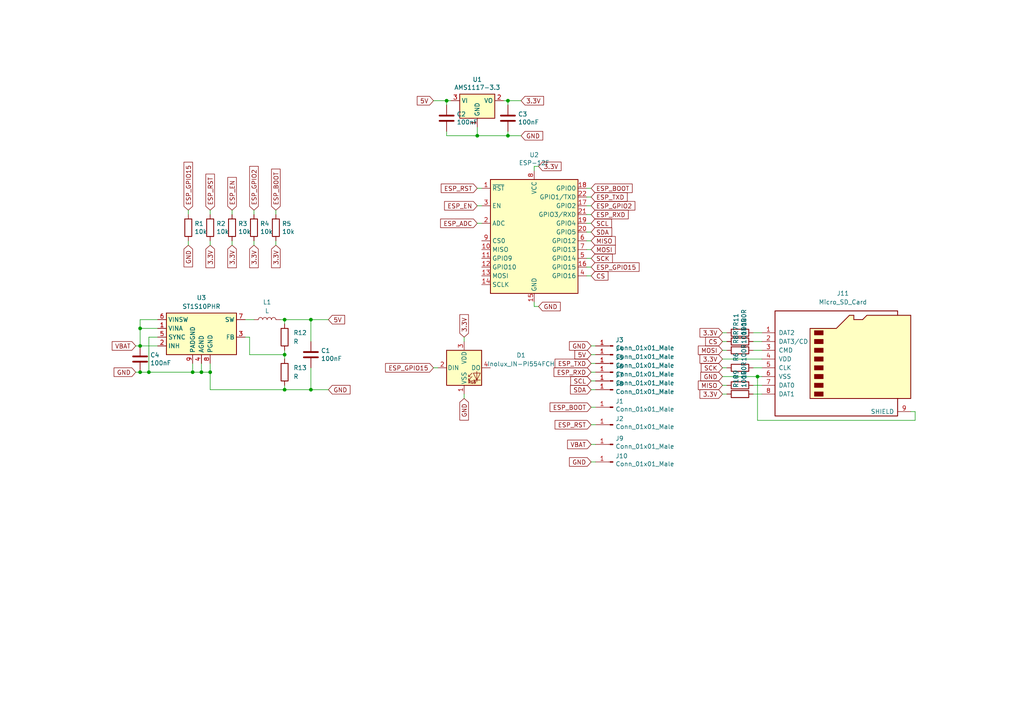
<source format=kicad_sch>
(kicad_sch (version 20230121) (generator eeschema)
  (paper "A4")
  (lib_symbols
    (symbol "Connector:Micro_SD_Card" (pin_names (offset 1.016))
      (property "Reference" "J" (at -16.51 15.24 0))
      (property "Value" "Micro_SD_Card" (at 16.51 15.24 0))
      (symbol "Micro_SD_Card_0_1"
        (rectangle (start -7.62 -9.525) (end -5.08 -10.795) (fill (type outline)))
        (rectangle (start -7.62 -6.985) (end -5.08 -8.255) (fill (type outline)))
        (rectangle (start -7.62 -4.445) (end -5.08 -5.715) (fill (type outline)))
        (rectangle (start -7.62 -1.905) (end -5.08 -3.175) (fill (type outline)))
        (rectangle (start -7.62 0.635) (end -5.08 -0.635) (fill (type outline)))
        (rectangle (start -7.62 3.175) (end -5.08 1.905) (fill (type outline)))
        (rectangle (start -7.62 5.715) (end -5.08 4.445) (fill (type outline)))
        (rectangle (start -7.62 8.255) (end -5.08 6.985) (fill (type outline)))
        (polyline (pts (xy 16.51 12.7) (xy 16.51 13.97) (xy -19.05 13.97) (xy -19.05 -16.51) (xy 16.51 -16.51) (xy 16.51 -11.43)) (stroke (width 0.254)))
        (polyline (pts (xy -8.89 -11.43) (xy -8.89 8.89) (xy -1.27 8.89) (xy 2.54 12.7) (xy 3.81 12.7) (xy 3.81 11.43) (xy 6.35 11.43) (xy 7.62 12.7) (xy 20.32 12.7) (xy 20.32 -11.43) (xy -8.89 -11.43)) (stroke (width 0.254)) (fill (type background)))
      )
      (symbol "Micro_SD_Card_1_1"
        (pin bidirectional line (at -22.86 7.62 0) (length 3.81) (name "DAT2") (number "1"))
        (pin bidirectional line (at -22.86 5.08 0) (length 3.81) (name "DAT3/CD") (number "2"))
        (pin input line (at -22.86 2.54 0) (length 3.81) (name "CMD") (number "3"))
        (pin power_in line (at -22.86 0 0) (length 3.81) (name "VDD") (number "4"))
        (pin input line (at -22.86 -2.54 0) (length 3.81) (name "CLK") (number "5"))
        (pin power_in line (at -22.86 -5.08 0) (length 3.81) (name "VSS") (number "6"))
        (pin bidirectional line (at -22.86 -7.62 0) (length 3.81) (name "DAT0") (number "7"))
        (pin bidirectional line (at -22.86 -10.16 0) (length 3.81) (name "DAT1") (number "8"))
        (pin passive line (at 20.32 -15.24 180) (length 3.81) (name "SHIELD") (number "9"))
      )
    )
    (symbol "Device:C" (pin_numbers hide) (pin_names (offset 0.254))
      (property "Reference" "C" (at 0.635 2.54 0))
      (property "Value" "C" (at 0.635 -2.54 0))
      (symbol "C_0_1"
        (polyline (pts (xy -2.032 -0.762) (xy 2.032 -0.762)) (stroke (width 0.508)))
        (polyline (pts (xy -2.032 0.762) (xy 2.032 0.762)) (stroke (width 0.508)))
      )
      (symbol "C_1_1"
        (pin passive line (at 0 3.81 270) (length 2.794) (name "~") (number "1"))
        (pin passive line (at 0 -3.81 90) (length 2.794) (name "~") (number "2"))
      )
    )
    (symbol "Device:L" (pin_numbers hide) (pin_names (offset 1.016) hide)
      (property "Reference" "L" (at -1.27 0 90))
      (property "Value" "L" (at 1.905 0 90))
      (symbol "L_0_1"
        (arc (start 0 -2.54) (mid 0.6323 -1.905) (end 0 -1.27))
        (arc (start 0 -1.27) (mid 0.6323 -0.635) (end 0 0))
        (arc (start 0 0) (mid 0.6323 0.635) (end 0 1.27))
        (arc (start 0 1.27) (mid 0.6323 1.905) (end 0 2.54))
      )
      (symbol "L_1_1"
        (pin passive line (at 0 3.81 270) (length 1.27) (name "1") (number "1"))
        (pin passive line (at 0 -3.81 90) (length 1.27) (name "2") (number "2"))
      )
    )
    (symbol "Device:R" (pin_numbers hide) (pin_names (offset 0))
      (property "Reference" "R" (at 2.032 0 90))
      (property "Value" "R" (at 0 0 90))
      (symbol "R_0_1"
        (rectangle (start -1.016 -2.54) (end 1.016 2.54) (stroke (width 0.254)))
      )
      (symbol "R_1_1"
        (pin passive line (at 0 3.81 270) (length 1.27) (name "~") (number "1"))
        (pin passive line (at 0 -3.81 90) (length 1.27) (name "~") (number "2"))
      )
    )
    (symbol "LED:Inolux_IN-PI554FCH" (pin_names (offset 0.254))
      (property "Reference" "D" (at 5.08 5.715 0))
      (property "Value" "Inolux_IN-PI554FCH" (at 1.27 -5.715 0))
      (symbol "Inolux_IN-PI554FCH_0_0"
        (text "RGB" (at 2.286 -4.191 0) (effects (font (size 0.762 0.762))))
      )
      (symbol "Inolux_IN-PI554FCH_0_1"
        (polyline (pts (xy 1.27 -3.556) (xy 1.778 -3.556)))
        (polyline (pts (xy 1.27 -2.54) (xy 1.778 -2.54)))
        (polyline (pts (xy 4.699 -3.556) (xy 2.667 -3.556)))
        (polyline (pts (xy 2.286 -2.54) (xy 1.27 -3.556) (xy 1.27 -3.048)))
        (polyline (pts (xy 2.286 -1.524) (xy 1.27 -2.54) (xy 1.27 -2.032)))
        (polyline (pts (xy 3.683 -1.016) (xy 3.683 -3.556) (xy 3.683 -4.064)))
        (polyline (pts (xy 4.699 -1.524) (xy 2.667 -1.524) (xy 3.683 -3.556) (xy 4.699 -1.524)))
        (rectangle (start 5.08 5.08) (end -5.08 -5.08) (stroke (width 0.254)) (fill (type background)))
      )
      (symbol "Inolux_IN-PI554FCH_1_1"
        (pin power_in line (at 0 -7.62 90) (length 2.54) (name "VSS") (number "1"))
        (pin input line (at -7.62 0 0) (length 2.54) (name "DIN") (number "2"))
        (pin power_in line (at 0 7.62 270) (length 2.54) (name "VDD") (number "3"))
        (pin output line (at 7.62 0 180) (length 2.54) (name "DO") (number "4"))
      )
    )
    (symbol "RF_Module:ESP-12F"
      (property "Reference" "U" (at -12.7 19.05 0))
      (property "Value" "ESP-12F" (at 12.7 19.05 0))
      (symbol "ESP-12F_0_1"
        (rectangle (start -12.7 17.78) (end 12.7 -15.24) (stroke (width 0.254)) (fill (type background)))
      )
      (symbol "ESP-12F_1_1"
        (pin input line (at -15.24 15.24 0) (length 2.54) (name "~{RST}") (number "1"))
        (pin bidirectional line (at -15.24 -2.54 0) (length 2.54) (name "MISO") (number "10"))
        (pin bidirectional line (at -15.24 -5.08 0) (length 2.54) (name "GPIO9") (number "11"))
        (pin bidirectional line (at -15.24 -7.62 0) (length 2.54) (name "GPIO10") (number "12"))
        (pin bidirectional line (at -15.24 -10.16 0) (length 2.54) (name "MOSI") (number "13"))
        (pin bidirectional line (at -15.24 -12.7 0) (length 2.54) (name "SCLK") (number "14"))
        (pin power_in line (at 0 -17.78 90) (length 2.54) (name "GND") (number "15"))
        (pin bidirectional line (at 15.24 -7.62 180) (length 2.54) (name "GPIO15") (number "16"))
        (pin bidirectional line (at 15.24 10.16 180) (length 2.54) (name "GPIO2") (number "17"))
        (pin bidirectional line (at 15.24 15.24 180) (length 2.54) (name "GPIO0") (number "18"))
        (pin bidirectional line (at 15.24 5.08 180) (length 2.54) (name "GPIO4") (number "19"))
        (pin input line (at -15.24 5.08 0) (length 2.54) (name "ADC") (number "2"))
        (pin bidirectional line (at 15.24 2.54 180) (length 2.54) (name "GPIO5") (number "20"))
        (pin bidirectional line (at 15.24 7.62 180) (length 2.54) (name "GPIO3/RXD") (number "21"))
        (pin bidirectional line (at 15.24 12.7 180) (length 2.54) (name "GPIO1/TXD") (number "22"))
        (pin input line (at -15.24 10.16 0) (length 2.54) (name "EN") (number "3"))
        (pin bidirectional line (at 15.24 -10.16 180) (length 2.54) (name "GPIO16") (number "4"))
        (pin bidirectional line (at 15.24 -5.08 180) (length 2.54) (name "GPIO14") (number "5"))
        (pin bidirectional line (at 15.24 0 180) (length 2.54) (name "GPIO12") (number "6"))
        (pin bidirectional line (at 15.24 -2.54 180) (length 2.54) (name "GPIO13") (number "7"))
        (pin power_in line (at 0 20.32 270) (length 2.54) (name "VCC") (number "8"))
        (pin input line (at -15.24 0 0) (length 2.54) (name "CS0") (number "9"))
      )
    )
    (symbol "Regulator_Linear:AMS1117-3.3"
      (property "Reference" "U" (at -3.81 3.175 0))
      (property "Value" "AMS1117-3.3" (at 0 3.175 0))
      (symbol "AMS1117-3.3_0_1"
        (rectangle (start -5.08 -5.08) (end 5.08 1.905) (stroke (width 0.254)) (fill (type background)))
      )
      (symbol "AMS1117-3.3_1_1"
        (pin power_in line (at 0 -7.62 90) (length 2.54) (name "GND") (number "1"))
        (pin power_out line (at 7.62 0 180) (length 2.54) (name "VO") (number "2"))
        (pin power_in line (at -7.62 0 0) (length 2.54) (name "VI") (number "3"))
      )
    )
    (symbol "Regulator_Switching:ST1S10PHR"
      (property "Reference" "U" (at -10.16 5.715 0))
      (property "Value" "ST1S10PHR" (at -0.635 5.715 0))
      (symbol "ST1S10PHR_0_1"
        (rectangle (start 10.16 4.445) (end -10.16 -7.62) (stroke (width 0.254)) (fill (type background)))
      )
      (symbol "ST1S10PHR_1_1"
        (pin power_in line (at -12.7 0 0) (length 2.54) (name "VINA") (number "1"))
        (pin input line (at -12.7 -5.08 0) (length 2.54) (name "INH") (number "2"))
        (pin input line (at 12.7 -2.54 180) (length 2.54) (name "FB") (number "3"))
        (pin power_in line (at 0 -10.16 90) (length 2.54) (name "AGND") (number "4"))
        (pin input line (at -12.7 -2.54 0) (length 2.54) (name "SYNC") (number "5"))
        (pin input line (at -12.7 2.54 0) (length 2.54) (name "VINSW") (number "6"))
        (pin output line (at 12.7 2.54 180) (length 2.54) (name "SW") (number "7"))
        (pin power_in line (at 2.54 -10.16 90) (length 2.54) (name "PGND") (number "8"))
        (pin power_in line (at -2.54 -10.16 90) (length 2.54) (name "PADGND") (number "9"))
      )
    )
    (symbol "gps_tracker-rescue:Conn_01x01_Male-Connector" (pin_names (offset 1.016) hide)
      (property "Reference" "J" (at 0 2.54 0))
      (property "Value" "Connector_Conn_01x01_Male" (at 0 -2.54 0))
      (symbol "Conn_01x01_Male-Connector_1_1"
        (polyline (pts (xy 1.27 0) (xy 0.8636 0)) (stroke (width 0.1524)))
        (rectangle (start 0.8636 0.127) (end 0 -0.127) (stroke (width 0.1524)) (fill (type outline)))
        (pin passive line (at 5.08 0 180) (length 3.81) (name "Pin_1") (number "1"))
      )
    )
  )
  (junction (at 60.96 107.95))
  (junction (at 82.55 102.87))
  (junction (at 40.64 95.25))
  (junction (at 58.42 107.95))
  (junction (at 40.64 107.95))
  (junction (at 147.32 29.21))
  (junction (at 82.55 113.03))
  (junction (at 90.17 113.03))
  (junction (at 90.17 92.71))
  (junction (at 147.32 39.37))
  (junction (at 82.55 92.71))
  (junction (at 43.18 107.95))
  (junction (at 138.43 39.37))
  (junction (at 129.54 29.21))
  (junction (at 40.64 100.33))
  (junction (at 219.71 109.22))
  (junction (at 55.88 107.95))
  (wire (pts (xy 209.55 104.14) (xy 220.98 104.14)))
  (wire (pts (xy 73.66 62.23) (xy 73.66 60.96)))
  (wire (pts (xy 58.42 107.95) (xy 60.96 107.95)))
  (wire (pts (xy 82.55 113.03) (xy 90.17 113.03)))
  (wire (pts (xy 129.54 30.48) (xy 129.54 29.21)))
  (wire (pts (xy 172.72 113.03) (xy 171.45 113.03)))
  (wire (pts (xy 129.54 38.1) (xy 129.54 39.37)))
  (wire (pts (xy 55.88 107.95) (xy 58.42 107.95)))
  (wire (pts (xy 129.54 29.21) (xy 130.81 29.21)))
  (wire (pts (xy 170.18 67.31) (xy 171.45 67.31)))
  (wire (pts (xy 72.39 102.87) (xy 72.39 97.79)))
  (wire (pts (xy 209.55 111.76) (xy 210.82 111.76)))
  (wire (pts (xy 209.55 101.6) (xy 210.82 101.6)))
  (wire (pts (xy 90.17 92.71) (xy 90.17 99.06)))
  (wire (pts (xy 82.55 101.6) (xy 82.55 102.87)))
  (wire (pts (xy 82.55 92.71) (xy 82.55 93.98)))
  (wire (pts (xy 134.62 114.3) (xy 134.62 115.57)))
  (wire (pts (xy 67.31 62.23) (xy 67.31 60.96)))
  (wire (pts (xy 39.37 100.33) (xy 40.64 100.33)))
  (wire (pts (xy 45.72 100.33) (xy 40.64 100.33)))
  (wire (pts (xy 129.54 29.21) (xy 125.73 29.21)))
  (wire (pts (xy 218.44 101.6) (xy 220.98 101.6)))
  (wire (pts (xy 81.28 92.71) (xy 82.55 92.71)))
  (wire (pts (xy 82.55 113.03) (xy 60.96 113.03)))
  (wire (pts (xy 170.18 77.47) (xy 171.45 77.47)))
  (wire (pts (xy 170.18 59.69) (xy 171.45 59.69)))
  (wire (pts (xy 172.72 133.985) (xy 171.45 133.985)))
  (wire (pts (xy 139.7 64.77) (xy 138.43 64.77)))
  (wire (pts (xy 170.18 57.15) (xy 171.45 57.15)))
  (wire (pts (xy 172.72 107.95) (xy 171.45 107.95)))
  (wire (pts (xy 45.72 97.79) (xy 43.18 97.79)))
  (wire (pts (xy 60.96 105.41) (xy 60.96 107.95)))
  (wire (pts (xy 139.7 54.61) (xy 138.43 54.61)))
  (wire (pts (xy 209.55 109.22) (xy 219.71 109.22)))
  (wire (pts (xy 147.32 29.21) (xy 146.05 29.21)))
  (wire (pts (xy 209.55 99.06) (xy 210.82 99.06)))
  (wire (pts (xy 264.16 119.38) (xy 265.43 119.38)))
  (wire (pts (xy 138.43 39.37) (xy 147.32 39.37)))
  (wire (pts (xy 170.18 74.93) (xy 171.45 74.93)))
  (wire (pts (xy 80.01 62.23) (xy 80.01 60.96)))
  (wire (pts (xy 219.71 109.22) (xy 220.98 109.22)))
  (wire (pts (xy 147.32 39.37) (xy 147.32 38.1)))
  (wire (pts (xy 170.18 69.85) (xy 171.45 69.85)))
  (wire (pts (xy 209.55 106.68) (xy 210.82 106.68)))
  (wire (pts (xy 67.31 69.85) (xy 67.31 71.12)))
  (wire (pts (xy 54.61 62.23) (xy 54.61 60.96)))
  (wire (pts (xy 154.94 88.9) (xy 156.21 88.9)))
  (wire (pts (xy 154.94 49.53) (xy 154.94 48.26)))
  (wire (pts (xy 60.96 62.23) (xy 60.96 60.96)))
  (wire (pts (xy 147.32 39.37) (xy 151.13 39.37)))
  (wire (pts (xy 172.72 123.19) (xy 171.45 123.19)))
  (wire (pts (xy 82.55 92.71) (xy 90.17 92.71)))
  (wire (pts (xy 80.01 69.85) (xy 80.01 71.12)))
  (wire (pts (xy 172.72 128.905) (xy 171.45 128.905)))
  (wire (pts (xy 60.96 113.03) (xy 60.96 107.95)))
  (wire (pts (xy 218.44 106.68) (xy 220.98 106.68)))
  (wire (pts (xy 147.32 29.21) (xy 151.13 29.21)))
  (wire (pts (xy 170.18 64.77) (xy 171.45 64.77)))
  (wire (pts (xy 71.12 92.71) (xy 73.66 92.71)))
  (wire (pts (xy 218.44 114.3) (xy 220.98 114.3)))
  (wire (pts (xy 218.44 99.06) (xy 220.98 99.06)))
  (wire (pts (xy 172.72 102.87) (xy 171.45 102.87)))
  (wire (pts (xy 218.44 111.76) (xy 220.98 111.76)))
  (wire (pts (xy 170.18 54.61) (xy 171.45 54.61)))
  (wire (pts (xy 43.18 107.95) (xy 55.88 107.95)))
  (wire (pts (xy 265.43 121.92) (xy 219.71 121.92)))
  (wire (pts (xy 90.17 106.68) (xy 90.17 113.03)))
  (wire (pts (xy 40.64 107.95) (xy 43.18 107.95)))
  (wire (pts (xy 40.64 92.71) (xy 45.72 92.71)))
  (wire (pts (xy 72.39 97.79) (xy 71.12 97.79)))
  (wire (pts (xy 40.64 95.25) (xy 40.64 92.71)))
  (wire (pts (xy 170.18 62.23) (xy 171.45 62.23)))
  (wire (pts (xy 154.94 48.26) (xy 156.21 48.26)))
  (wire (pts (xy 40.64 100.33) (xy 40.64 95.25)))
  (wire (pts (xy 138.43 39.37) (xy 138.43 36.83)))
  (wire (pts (xy 147.32 30.48) (xy 147.32 29.21)))
  (wire (pts (xy 73.66 69.85) (xy 73.66 71.12)))
  (wire (pts (xy 172.72 118.11) (xy 171.45 118.11)))
  (wire (pts (xy 90.17 113.03) (xy 95.25 113.03)))
  (wire (pts (xy 265.43 119.38) (xy 265.43 121.92)))
  (wire (pts (xy 172.72 105.41) (xy 171.45 105.41)))
  (wire (pts (xy 54.61 69.85) (xy 54.61 71.12)))
  (wire (pts (xy 43.18 97.79) (xy 43.18 107.95)))
  (wire (pts (xy 58.42 105.41) (xy 58.42 107.95)))
  (wire (pts (xy 218.44 96.52) (xy 220.98 96.52)))
  (wire (pts (xy 82.55 102.87) (xy 72.39 102.87)))
  (wire (pts (xy 40.64 95.25) (xy 45.72 95.25)))
  (wire (pts (xy 139.7 59.69) (xy 138.43 59.69)))
  (wire (pts (xy 90.17 92.71) (xy 95.25 92.71)))
  (wire (pts (xy 39.37 107.95) (xy 40.64 107.95)))
  (wire (pts (xy 219.71 121.92) (xy 219.71 109.22)))
  (wire (pts (xy 55.88 105.41) (xy 55.88 107.95)))
  (wire (pts (xy 134.62 97.79) (xy 134.62 99.06)))
  (wire (pts (xy 209.55 96.52) (xy 210.82 96.52)))
  (wire (pts (xy 170.18 80.01) (xy 171.45 80.01)))
  (wire (pts (xy 129.54 39.37) (xy 138.43 39.37)))
  (wire (pts (xy 82.55 111.76) (xy 82.55 113.03)))
  (wire (pts (xy 154.94 87.63) (xy 154.94 88.9)))
  (wire (pts (xy 60.96 69.85) (xy 60.96 71.12)))
  (wire (pts (xy 170.18 72.39) (xy 171.45 72.39)))
  (wire (pts (xy 125.73 106.68) (xy 127 106.68)))
  (wire (pts (xy 82.55 102.87) (xy 82.55 104.14)))
  (wire (pts (xy 172.72 100.33) (xy 171.45 100.33)))
  (wire (pts (xy 172.72 110.49) (xy 171.45 110.49)))
  (wire (pts (xy 209.55 114.3) (xy 210.82 114.3)))
  (global_label "3.3V" (shape input) (at 60.96 71.12 270) (property "Intersheetrefs" "${INTERSHEET_REFS}" (effects hide)))
  (global_label "3.3V" (shape input) (at 209.55 104.14 180) (property "Intersheetrefs" "${INTERSHEET_REFS}" (effects hide)))
  (global_label "SCL" (shape input) (at 171.45 110.49 180) (property "Intersheetrefs" "${INTERSHEET_REFS}" (effects hide)))
  (global_label "ESP_GPIO15" (shape input) (at 171.45 77.47 0) (property "Intersheetrefs" "${INTERSHEET_REFS}" (effects hide)))
  (global_label "ESP_TXD" (shape input) (at 171.45 57.15 0) (property "Intersheetrefs" "${INTERSHEET_REFS}" (effects hide)))
  (global_label "3.3V" (shape input) (at 156.21 48.26 0) (property "Intersheetrefs" "${INTERSHEET_REFS}" (effects hide)))
  (global_label "GND" (shape input) (at 95.25 113.03 0) (property "Intersheetrefs" "${INTERSHEET_REFS}" (effects hide)))
  (global_label "ESP_EN" (shape input) (at 67.31 60.96 90) (property "Intersheetrefs" "${INTERSHEET_REFS}" (effects hide)))
  (global_label "ESP_EN" (shape input) (at 138.43 59.69 180) (property "Intersheetrefs" "${INTERSHEET_REFS}" (effects hide)))
  (global_label "3.3V" (shape input) (at 209.55 96.52 180) (property "Intersheetrefs" "${INTERSHEET_REFS}" (effects hide)))
  (global_label "MOSI" (shape input) (at 171.45 72.39 0) (property "Intersheetrefs" "${INTERSHEET_REFS}" (effects hide)))
  (global_label "ESP_GPIO2" (shape input) (at 73.66 60.96 90) (property "Intersheetrefs" "${INTERSHEET_REFS}" (effects hide)))
  (global_label "ESP_TXD" (shape input) (at 171.45 105.41 180) (property "Intersheetrefs" "${INTERSHEET_REFS}" (effects hide)))
  (global_label "3.3V" (shape input) (at 73.66 71.12 270) (property "Intersheetrefs" "${INTERSHEET_REFS}" (effects hide)))
  (global_label "3.3V" (shape input) (at 67.31 71.12 270) (property "Intersheetrefs" "${INTERSHEET_REFS}" (effects hide)))
  (global_label "ESP_RST" (shape input) (at 171.45 123.19 180) (property "Intersheetrefs" "${INTERSHEET_REFS}" (effects hide)))
  (global_label "ESP_RXD" (shape input) (at 171.45 62.23 0) (property "Intersheetrefs" "${INTERSHEET_REFS}" (effects hide)))
  (global_label "ESP_GPIO2" (shape input) (at 171.45 59.69 0) (property "Intersheetrefs" "${INTERSHEET_REFS}" (effects hide)))
  (global_label "MOSI" (shape input) (at 209.55 101.6 180) (property "Intersheetrefs" "${INTERSHEET_REFS}" (effects hide)))
  (global_label "ESP_BOOT" (shape input) (at 171.45 54.61 0) (property "Intersheetrefs" "${INTERSHEET_REFS}" (effects hide)))
  (global_label "ESP_RXD" (shape input) (at 171.45 107.95 180) (property "Intersheetrefs" "${INTERSHEET_REFS}" (effects hide)))
  (global_label "GND" (shape input) (at 151.13 39.37 0) (property "Intersheetrefs" "${INTERSHEET_REFS}" (effects hide)))
  (global_label "CS" (shape input) (at 171.45 80.01 0) (property "Intersheetrefs" "${INTERSHEET_REFS}" (effects hide)))
  (global_label "3.3V" (shape input) (at 151.13 29.21 0) (property "Intersheetrefs" "${INTERSHEET_REFS}" (effects hide)))
  (global_label "GND" (shape input) (at 171.45 100.33 180) (property "Intersheetrefs" "${INTERSHEET_REFS}" (effects hide)))
  (global_label "3.3V" (shape input) (at 134.62 97.79 90) (property "Intersheetrefs" "${INTERSHEET_REFS}" (effects hide)))
  (global_label "SCL" (shape input) (at 171.45 64.77 0) (property "Intersheetrefs" "${INTERSHEET_REFS}" (effects hide)))
  (global_label "VBAT" (shape input) (at 171.45 128.905 180) (property "Intersheetrefs" "${INTERSHEET_REFS}" (effects hide)))
  (global_label "GND" (shape input) (at 54.61 71.12 270) (property "Intersheetrefs" "${INTERSHEET_REFS}" (effects hide)))
  (global_label "CS" (shape input) (at 209.55 99.06 180) (property "Intersheetrefs" "${INTERSHEET_REFS}" (effects hide)))
  (global_label "ESP_BOOT" (shape input) (at 171.45 118.11 180) (property "Intersheetrefs" "${INTERSHEET_REFS}" (effects hide)))
  (global_label "SCK" (shape input) (at 209.55 106.68 180) (property "Intersheetrefs" "${INTERSHEET_REFS}" (effects hide)))
  (global_label "ESP_GPIO15" (shape input) (at 125.73 106.68 180) (property "Intersheetrefs" "${INTERSHEET_REFS}" (effects hide)))
  (global_label "3.3V" (shape input) (at 80.01 71.12 270) (property "Intersheetrefs" "${INTERSHEET_REFS}" (effects hide)))
  (global_label "GND" (shape input) (at 171.45 133.985 180) (property "Intersheetrefs" "${INTERSHEET_REFS}" (effects hide)))
  (global_label "5V" (shape input) (at 95.25 92.71 0) (property "Intersheetrefs" "${INTERSHEET_REFS}" (effects hide)))
  (global_label "ESP_BOOT" (shape input) (at 80.01 60.96 90) (property "Intersheetrefs" "${INTERSHEET_REFS}" (effects hide)))
  (global_label "GND" (shape input) (at 39.37 107.95 180) (property "Intersheetrefs" "${INTERSHEET_REFS}" (effects hide)))
  (global_label "GND" (shape input) (at 156.21 88.9 0) (property "Intersheetrefs" "${INTERSHEET_REFS}" (effects hide)))
  (global_label "ESP_GPIO15" (shape input) (at 54.61 60.96 90) (property "Intersheetrefs" "${INTERSHEET_REFS}" (effects hide)))
  (global_label "ESP_RST" (shape input) (at 138.43 54.61 180) (property "Intersheetrefs" "${INTERSHEET_REFS}" (effects hide)))
  (global_label "SDA" (shape input) (at 171.45 67.31 0) (property "Intersheetrefs" "${INTERSHEET_REFS}" (effects hide)))
  (global_label "SDA" (shape input) (at 171.45 113.03 180) (property "Intersheetrefs" "${INTERSHEET_REFS}" (effects hide)))
  (global_label "ESP_RST" (shape input) (at 60.96 60.96 90) (property "Intersheetrefs" "${INTERSHEET_REFS}" (effects hide)))
  (global_label "5V" (shape input) (at 125.73 29.21 180) (property "Intersheetrefs" "${INTERSHEET_REFS}" (effects hide)))
  (global_label "3.3V" (shape input) (at 209.55 114.3 180) (property "Intersheetrefs" "${INTERSHEET_REFS}" (effects hide)))
  (global_label "GND" (shape input) (at 209.55 109.22 180) (property "Intersheetrefs" "${INTERSHEET_REFS}" (effects hide)))
  (global_label "SCK" (shape input) (at 171.45 74.93 0) (property "Intersheetrefs" "${INTERSHEET_REFS}" (effects hide)))
  (global_label "MISO" (shape input) (at 209.55 111.76 180) (property "Intersheetrefs" "${INTERSHEET_REFS}" (effects hide)))
  (global_label "VBAT" (shape input) (at 39.37 100.33 180) (property "Intersheetrefs" "${INTERSHEET_REFS}" (effects hide)))
  (global_label "5V" (shape input) (at 171.45 102.87 180) (property "Intersheetrefs" "${INTERSHEET_REFS}" (effects hide)))
  (global_label "ESP_ADC" (shape input) (at 138.43 64.77 180) (property "Intersheetrefs" "${INTERSHEET_REFS}" (effects hide)))
  (global_label "MISO" (shape input) (at 171.45 69.85 0) (property "Intersheetrefs" "${INTERSHEET_REFS}" (effects hide)))
  (global_label "GND" (shape input) (at 134.62 115.57 270) (property "Intersheetrefs" "${INTERSHEET_REFS}" (effects hide)))
  (symbol (lib_id "RF_Module:ESP-12F") (at 154.94 69.85 0) (unit 1)
    (property "Reference" "U2" (at 154.94 44.9326 0))
    (property "Value" "ESP-12F" (at 154.94 47.244 0))
    (property "Footprint" "RF_Module:ESP-12E" (effects hide))
    (property "Datasheet" "http://wiki.ai-thinker.com/_media/esp8266/esp8266_series_modules_user_manual_v1.1.pdf" (effects hide))
  )
  (symbol (lib_id "Regulator_Linear:AMS1117-3.3") (at 138.43 29.21 0) (unit 1)
    (property "Reference" "U1" (at 138.43 23.0632 0))
    (property "Value" "AMS1117-3.3" (at 138.43 25.3746 0))
    (property "Footprint" "Package_TO_SOT_SMD:SOT-223-3_TabPin2" (effects hide))
    (property "Datasheet" "http://www.advanced-monolithic.com/pdf/ds1117.pdf" (effects hide))
  )
  (symbol (lib_id "Device:C") (at 129.54 34.29 0) (unit 1)
    (property "Reference" "C2" (at 132.461 33.1216 0) (effects (justify left)))
    (property "Value" "100nF" (at 132.461 35.433 0) (effects (justify left)))
    (property "Footprint" "Capacitor_SMD:C_1206_3216Metric_Pad1.33x1.80mm_HandSolder" (effects hide))
  )
  (symbol (lib_id "Device:C") (at 147.32 34.29 0) (unit 1)
    (property "Reference" "C3" (at 150.241 33.1216 0) (effects (justify left)))
    (property "Value" "100nF" (at 150.241 35.433 0) (effects (justify left)))
    (property "Footprint" "Capacitor_SMD:C_1206_3216Metric_Pad1.33x1.80mm_HandSolder" (effects hide))
  )
  (symbol (lib_id "Device:R") (at 54.61 66.04 0) (unit 1)
    (property "Reference" "R1" (at 56.388 64.8716 0) (effects (justify left)))
    (property "Value" "10k" (at 56.388 67.183 0) (effects (justify left)))
    (property "Footprint" "Resistor_SMD:R_0805_2012Metric_Pad1.20x1.40mm_HandSolder" (effects hide))
  )
  (symbol (lib_id "Device:R") (at 60.96 66.04 0) (unit 1)
    (property "Reference" "R2" (at 62.738 64.8716 0) (effects (justify left)))
    (property "Value" "10k" (at 62.738 67.183 0) (effects (justify left)))
    (property "Footprint" "Resistor_SMD:R_0805_2012Metric_Pad1.20x1.40mm_HandSolder" (effects hide))
  )
  (symbol (lib_id "Device:R") (at 67.31 66.04 0) (unit 1)
    (property "Reference" "R3" (at 69.088 64.8716 0) (effects (justify left)))
    (property "Value" "10k" (at 69.088 67.183 0) (effects (justify left)))
    (property "Footprint" "Resistor_SMD:R_0805_2012Metric_Pad1.20x1.40mm_HandSolder" (effects hide))
  )
  (symbol (lib_id "Device:R") (at 73.66 66.04 0) (unit 1)
    (property "Reference" "R4" (at 75.438 64.8716 0) (effects (justify left)))
    (property "Value" "10k" (at 75.438 67.183 0) (effects (justify left)))
    (property "Footprint" "Resistor_SMD:R_0805_2012Metric_Pad1.20x1.40mm_HandSolder" (effects hide))
  )
  (symbol (lib_id "Device:R") (at 80.01 66.04 0) (unit 1)
    (property "Reference" "R5" (at 81.788 64.8716 0) (effects (justify left)))
    (property "Value" "10k" (at 81.788 67.183 0) (effects (justify left)))
    (property "Footprint" "Resistor_SMD:R_0805_2012Metric_Pad1.20x1.40mm_HandSolder" (effects hide))
  )
  (symbol (lib_id "gps_tracker-rescue:Conn_01x01_Male-Connector") (at 177.8 100.33 180) (unit 1)
    (property "Reference" "J3" (at 178.5112 98.6028 0) (effects (justify right)))
    (property "Value" "Conn_01x01_Male" (at 178.5112 100.9142 0) (effects (justify right)))
    (property "Footprint" "TestPoint:TestPoint_Pad_D2.5mm" (effects hide))
  )
  (symbol (lib_id "gps_tracker-rescue:Conn_01x01_Male-Connector") (at 177.8 102.87 180) (unit 1)
    (property "Reference" "J4" (at 178.5112 101.1428 0) (effects (justify right)))
    (property "Value" "Conn_01x01_Male" (at 178.5112 103.4542 0) (effects (justify right)))
    (property "Footprint" "TestPoint:TestPoint_Pad_D2.5mm" (effects hide))
  )
  (symbol (lib_id "gps_tracker-rescue:Conn_01x01_Male-Connector") (at 177.8 105.41 180) (unit 1)
    (property "Reference" "J5" (at 178.5112 103.6828 0) (effects (justify right)))
    (property "Value" "Conn_01x01_Male" (at 178.5112 105.9942 0) (effects (justify right)))
    (property "Footprint" "TestPoint:TestPoint_Pad_D2.5mm" (effects hide))
  )
  (symbol (lib_id "gps_tracker-rescue:Conn_01x01_Male-Connector") (at 177.8 107.95 180) (unit 1)
    (property "Reference" "J6" (at 178.5112 106.2228 0) (effects (justify right)))
    (property "Value" "Conn_01x01_Male" (at 178.5112 108.5342 0) (effects (justify right)))
    (property "Footprint" "TestPoint:TestPoint_Pad_D2.5mm" (effects hide))
  )
  (symbol (lib_id "gps_tracker-rescue:Conn_01x01_Male-Connector") (at 177.8 110.49 180) (unit 1)
    (property "Reference" "J7" (at 178.5112 108.7628 0) (effects (justify right)))
    (property "Value" "Conn_01x01_Male" (at 178.5112 111.0742 0) (effects (justify right)))
    (property "Footprint" "TestPoint:TestPoint_Pad_D2.5mm" (effects hide))
  )
  (symbol (lib_id "gps_tracker-rescue:Conn_01x01_Male-Connector") (at 177.8 113.03 180) (unit 1)
    (property "Reference" "J8" (at 178.5112 111.3028 0) (effects (justify right)))
    (property "Value" "Conn_01x01_Male" (at 178.5112 113.6142 0) (effects (justify right)))
    (property "Footprint" "TestPoint:TestPoint_Pad_D2.5mm" (effects hide))
  )
  (symbol (lib_id "Device:R") (at 214.63 106.68 90) (unit 1)
    (property "Reference" "R6" (at 213.4616 104.902 0) (effects (justify left)))
    (property "Value" "100R" (at 215.773 104.902 0) (effects (justify left)))
    (property "Footprint" "Resistor_SMD:R_0805_2012Metric_Pad1.20x1.40mm_HandSolder" (effects hide))
  )
  (symbol (lib_id "Regulator_Switching:ST1S10PHR") (at 58.42 95.25 0) (unit 1)
    (property "Reference" "U3" (at 58.42 86.36 0))
    (property "Value" "ST1S10PHR" (at 58.42 88.9 0))
    (property "Footprint" "Package_SO:TI_SO-PowerPAD-8" (effects hide))
    (property "Datasheet" "http://www.st.com/internet/com/TECHNICAL_RESOURCES/TECHNICAL_LITERATURE/DATASHEET/CD00169322.pdf" (effects hide))
  )
  (symbol (lib_id "Connector:Micro_SD_Card") (at 243.84 104.14 0) (unit 1)
    (property "Reference" "J11" (at 244.475 85.09 0))
    (property "Value" "Micro_SD_Card" (at 244.475 87.63 0))
    (property "Footprint" "Connector_Card:microSD_HC_Hirose_DM3BT-DSF-PEJS" (effects hide))
    (property "Datasheet" "http://katalog.we-online.de/em/datasheet/693072010801.pdf" (effects hide))
  )
  (symbol (lib_id "Device:R") (at 214.63 114.3 90) (unit 1)
    (property "Reference" "R10" (at 213.4616 112.522 0) (effects (justify left)))
    (property "Value" "100R" (at 215.773 112.522 0) (effects (justify left)))
    (property "Footprint" "Resistor_SMD:R_0805_2012Metric_Pad1.20x1.40mm_HandSolder" (effects hide))
  )
  (symbol (lib_id "Device:R") (at 214.63 111.76 90) (unit 1)
    (property "Reference" "R9" (at 213.4616 109.982 0) (effects (justify left)))
    (property "Value" "100R" (at 215.773 109.982 0) (effects (justify left)))
    (property "Footprint" "Resistor_SMD:R_0805_2012Metric_Pad1.20x1.40mm_HandSolder" (effects hide))
  )
  (symbol (lib_id "gps_tracker-rescue:Conn_01x01_Male-Connector") (at 177.8 123.19 180) (unit 1)
    (property "Reference" "J2" (at 178.5112 121.4628 0) (effects (justify right)))
    (property "Value" "Conn_01x01_Male" (at 178.5112 123.7742 0) (effects (justify right)))
    (property "Footprint" "TestPoint:TestPoint_Pad_D2.5mm" (effects hide))
  )
  (symbol (lib_id "Device:R") (at 214.63 99.06 90) (unit 1)
    (property "Reference" "R7" (at 213.4616 97.282 0) (effects (justify left)))
    (property "Value" "100R" (at 215.773 97.282 0) (effects (justify left)))
    (property "Footprint" "Resistor_SMD:R_0805_2012Metric_Pad1.20x1.40mm_HandSolder" (effects hide))
  )
  (symbol (lib_id "LED:Inolux_IN-PI554FCH") (at 134.62 106.68 0) (unit 1)
    (property "Reference" "D1" (at 151.13 103.0321 0))
    (property "Value" "Inolux_IN-PI554FCH" (at 151.13 105.5721 0))
    (property "Footprint" "LED_SMD:LED_Inolux_IN-PI554FCH_PLCC4_5.0x5.0mm_P3.2mm" (effects hide))
    (property "Datasheet" "http://www.inolux-corp.com/datasheet/SMDLED/Addressable%20LED/IN-PI554FCH.pdf" (effects hide))
  )
  (symbol (lib_id "Device:R") (at 82.55 97.79 0) (unit 1)
    (property "Reference" "R12" (at 85.09 96.52 0) (effects (justify left)))
    (property "Value" "R" (at 85.09 99.06 0) (effects (justify left)))
    (property "Footprint" "Resistor_SMD:R_0805_2012Metric_Pad1.20x1.40mm_HandSolder" (effects hide))
  )
  (symbol (lib_id "Device:L") (at 77.47 92.71 90) (unit 1)
    (property "Reference" "L1" (at 77.47 87.63 90))
    (property "Value" "L" (at 77.47 90.17 90))
    (property "Footprint" "Inductor_SMD:L_Bourns-SRN4018" (effects hide))
  )
  (symbol (lib_id "gps_tracker-rescue:Conn_01x01_Male-Connector") (at 177.8 128.905 180) (unit 1)
    (property "Reference" "J9" (at 178.5112 127.1778 0) (effects (justify right)))
    (property "Value" "Conn_01x01_Male" (at 178.5112 129.4892 0) (effects (justify right)))
    (property "Footprint" "TestPoint:TestPoint_Pad_D2.5mm" (effects hide))
  )
  (symbol (lib_id "gps_tracker-rescue:Conn_01x01_Male-Connector") (at 177.8 118.11 180) (unit 1)
    (property "Reference" "J1" (at 178.5112 116.3828 0) (effects (justify right)))
    (property "Value" "Conn_01x01_Male" (at 178.5112 118.6942 0) (effects (justify right)))
    (property "Footprint" "TestPoint:TestPoint_Pad_D2.5mm" (effects hide))
  )
  (symbol (lib_id "Device:R") (at 214.63 96.52 90) (unit 1)
    (property "Reference" "R11" (at 213.4616 94.742 0) (effects (justify left)))
    (property "Value" "100R" (at 215.773 94.742 0) (effects (justify left)))
    (property "Footprint" "Resistor_SMD:R_0805_2012Metric_Pad1.20x1.40mm_HandSolder" (effects hide))
  )
  (symbol (lib_id "Device:R") (at 214.63 101.6 90) (unit 1)
    (property "Reference" "R8" (at 213.4616 99.822 0) (effects (justify left)))
    (property "Value" "100R" (at 215.773 99.822 0) (effects (justify left)))
    (property "Footprint" "Resistor_SMD:R_0805_2012Metric_Pad1.20x1.40mm_HandSolder" (effects hide))
  )
  (symbol (lib_id "Device:R") (at 82.55 107.95 0) (unit 1)
    (property "Reference" "R13" (at 85.09 106.68 0) (effects (justify left)))
    (property "Value" "R" (at 85.09 109.22 0) (effects (justify left)))
    (property "Footprint" "Resistor_SMD:R_0805_2012Metric_Pad1.20x1.40mm_HandSolder" (effects hide))
  )
  (symbol (lib_id "gps_tracker-rescue:Conn_01x01_Male-Connector") (at 177.8 133.985 180) (unit 1)
    (property "Reference" "J10" (at 178.5112 132.2578 0) (effects (justify right)))
    (property "Value" "Conn_01x01_Male" (at 178.5112 134.5692 0) (effects (justify right)))
    (property "Footprint" "TestPoint:TestPoint_Pad_D2.5mm" (effects hide))
  )
  (symbol (lib_id "Device:C") (at 40.64 104.14 0) (unit 1)
    (property "Reference" "C4" (at 43.561 102.9716 0) (effects (justify left)))
    (property "Value" "100nF" (at 43.561 105.283 0) (effects (justify left)))
    (property "Footprint" "Capacitor_SMD:C_1206_3216Metric_Pad1.33x1.80mm_HandSolder" (effects hide))
  )
  (symbol (lib_id "Device:C") (at 90.17 102.87 0) (unit 1)
    (property "Reference" "C1" (at 93.091 101.7016 0) (effects (justify left)))
    (property "Value" "100nF" (at 93.091 104.013 0) (effects (justify left)))
    (property "Footprint" "Capacitor_SMD:C_1206_3216Metric_Pad1.33x1.80mm_HandSolder" (effects hide))
  )
)
</source>
